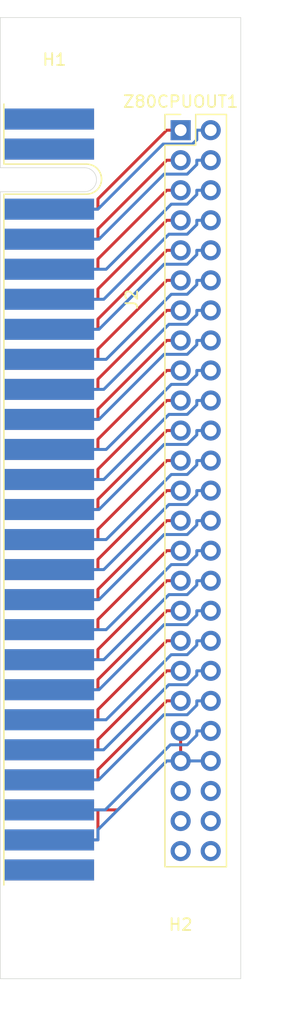
<source format=kicad_pcb>
(kicad_pcb (version 20211014) (generator pcbnew)
  (layers (0 "F.Cu" signal) (31 "B.Cu" signal) (34 "B.Paste" user) (35 "F.Paste" user) (36 "B.SilkS" user "B.Silkscreen") (37 "F.SilkS" user "F.Silkscreen") (38 "B.Mask" user) (39 "F.Mask" user) (44 "Edge.Cuts" user))
  (net 0 "")
  (net 2 "/DA6")
  (net 3 "/DA1")
  (net 4 "/A0")
  (net 5 "/A7")
  (net 6 "/A8")
  (net 7 "/A9")
  (net 8 "/A10")
  (net 9 "/A2")
  (net 10 "/DA5")
  (net 11 "/DA3")
  (net 12 "/DA4")
  (net 13 "/A15")
  (net 14 "/A14")
  (net 15 "/A13")
  (net 16 "/A12")
  (net 17 "/A11")
  (net 18 "#CPUCLK")
  (net 19 "+5V")
  (net 20 "+9V")
  (net 21 "GND")
  (net 22 "/DA7")
  (net 23 "/DA2")
  (net 24 "/DA0")
  (net 25 "/A1")
  (net 26 "/A3")
  (net 27 "/A4")
  (net 28 "/A5")
  (net 29 "/A6")
  (net 32 "#RESET")
  (net 36 "/{slash}REFSH")
  (net 37 "/{slash}M1")
  (net 38 "/{slash}BUSRQ")
  (net 39 "/{slash}WAIT")
  (net 40 "#NMI")
  (net 41 "#INT")
  (net 42 "/{slash}BUSAK")
  (net 43 "/{slash}WR")
  (net 44 "/{slash}RD")
  (net 45 "/{slash}IOREQ")
  (net 46 "/{slash}MREQ")
  (net 47 "/{slash}HALT")
  (net 50 "/#WE")
  (footprint "Connector_PCBEdge:JupiterAce" (layer "F.Cu") (at 145.847 133.045 -90)
    (fp_text reference "J2" (at -60.96 -6.99 -90) (layer "F.SilkS"))
    (fp_text value "Conn_02x25_Odd_Even")
    (fp_line (start -72.39 3.81) (end -72.39 -3.175) (layer "F.SilkS") (width 0.12))
    (fp_line (start -69.85 3.81) (end -13.97 3.81) (layer "F.SilkS") (width 0.12))
    (fp_line (start -77.47 3.81) (end -72.39 3.81) (layer "F.SilkS") (width 0.12))
    (fp_line (start -69.85 -3.175) (end -69.85 3.81) (layer "F.SilkS") (width 0.12))
    (fp_line (start -67.31 3.81) (end -11.43 3.81) (layer "F.SilkS") (width 0.12))
    (fp_arc (start -72.39 -3.175) (mid -71.12 -4.445) (end -69.85 -3.175) (layer "F.SilkS") (width 0.12))
    (pad "1" connect rect locked (at -76.2 0 270) (size 1.78 7.62) (layers "F.Cu" "F.Mask"))
    (pad "2" connect rect locked (at -76.2 0 270) (size 1.78 7.62) (layers "B.Cu" "B.Mask"))
    (pad "3" connect rect locked (at -73.66 0 270) (size 1.78 7.62) (layers "F.Cu" "F.Mask"))
    (pad "4" connect rect locked (at -73.66 0 270) (size 1.78 7.62) (layers "B.Cu" "B.Mask"))
    (pad "5" connect rect locked (at -68.58 0 270) (size 1.78 7.62) (layers "F.Cu" "F.Mask") (net 50 "/#WE"))
    (pad "6" connect rect locked (at -68.58 0 270) (size 1.78 7.62) (layers "B.Cu" "B.Mask") (net 22 "/DA7"))
    (pad "7" connect rect locked (at -66.04 0 270) (size 1.78 7.62) (layers "F.Cu" "F.Mask") (net 2 "/DA6"))
    (pad "8" connect rect locked (at -66.04 0 270) (size 1.78 7.62) (layers "B.Cu" "B.Mask") (net 23 "/DA2"))
    (pad "9" connect rect locked (at -63.5 0 270) (size 1.78 7.62) (layers "F.Cu" "F.Mask") (net 3 "/DA1"))
    (pad "10" connect rect locked (at -63.5 0 270) (size 1.78 7.62) (layers "B.Cu" "B.Mask") (net 24 "/DA0"))
    (pad "11" connect rect locked (at -60.96 0 270) (size 1.78 7.62) (layers "F.Cu" "F.Mask") (net 4 "/A0"))
    (pad "12" connect rect locked (at -60.96 0 270) (size 1.78 7.62) (layers "B.Cu" "B.Mask") (net 25 "/A1"))
    (pad "13" connect rect locked (at -58.42 0 270) (size 1.78 7.62) (layers "F.Cu" "F.Mask") (net 5 "/A7"))
    (pad "14" connect rect locked (at -58.42 0 270) (size 1.78 7.62) (layers "B.Cu" "B.Mask") (net 26 "/A3"))
    (pad "15" connect rect locked (at -55.88 0 270) (size 1.78 7.62) (layers "F.Cu" "F.Mask") (net 6 "/A8"))
    (pad "16" connect rect locked (at -55.88 0 270) (size 1.78 7.62) (layers "B.Cu" "B.Mask") (net 27 "/A4"))
    (pad "17" connect rect locked (at -53.34 0 270) (size 1.78 7.62) (layers "F.Cu" "F.Mask") (net 7 "/A9"))
    (pad "18" connect rect locked (at -53.34 0 270) (size 1.78 7.62) (layers "B.Cu" "B.Mask") (net 28 "/A5"))
    (pad "19" connect rect locked (at -50.8 0 270) (size 1.78 7.62) (layers "F.Cu" "F.Mask") (net 8 "/A10"))
    (pad "20" connect rect locked (at -50.8 0 270) (size 1.78 7.62) (layers "B.Cu" "B.Mask") (net 29 "/A6"))
    (pad "21" connect rect locked (at -48.26 0 270) (size 1.78 7.62) (layers "F.Cu" "F.Mask") (net 9 "/A2"))
    (pad "22" connect rect locked (at -48.26 0 270) (size 1.78 7.62) (layers "B.Cu" "B.Mask") (net 36 "/{slash}REFSH"))
    (pad "23" connect rect locked (at -45.72 0 270) (size 1.78 7.62) (layers "F.Cu" "F.Mask") (net 10 "/DA5"))
    (pad "24" connect rect locked (at -45.72 0 270) (size 1.78 7.62) (layers "B.Cu" "B.Mask") (net 37 "/{slash}M1"))
    (pad "25" connect rect locked (at -43.18 0 270) (size 1.78 7.62) (layers "F.Cu" "F.Mask") (net 11 "/DA3"))
    (pad "26" connect rect locked (at -43.18 0 270) (size 1.78 7.62) (layers "B.Cu" "B.Mask") (net 32 "#RESET"))
    (pad "27" connect rect locked (at -40.64 0 270) (size 1.78 7.62) (layers "F.Cu" "F.Mask") (net 12 "/DA4"))
    (pad "28" connect rect locked (at -40.64 0 270) (size 1.78 7.62) (layers "B.Cu" "B.Mask") (net 38 "/{slash}BUSRQ"))
    (pad "29" connect rect locked (at -38.1 0 270) (size 1.78 7.62) (layers "F.Cu" "F.Mask") (net 13 "/A15"))
    (pad "30" connect rect locked (at -38.1 0 270) (size 1.78 7.62) (layers "B.Cu" "B.Mask") (net 39 "/{slash}WAIT"))
    (pad "31" connect rect locked (at -35.56 0 270) (size 1.78 7.62) (layers "F.Cu" "F.Mask") (net 14 "/A14"))
    (pad "32" connect rect locked (at -35.56 0 270) (size 1.78 7.62) (layers "B.Cu" "B.Mask") (net 42 "/{slash}BUSAK"))
    (pad "33" connect rect locked (at -33.02 0 270) (size 1.78 7.62) (layers "F.Cu" "F.Mask") (net 15 "/A13"))
    (pad "34" connect rect locked (at -33.02 0 270) (size 1.78 7.62) (layers "B.Cu" "B.Mask") (net 43 "/{slash}WR"))
    (pad "35" connect rect locked (at -30.48 0 270) (size 1.78 7.62) (layers "F.Cu" "F.Mask") (net 16 "/A12"))
    (pad "36" connect rect locked (at -30.48 0 270) (size 1.78 7.62) (layers "B.Cu" "B.Mask") (net 44 "/{slash}RD"))
    (pad "37" connect rect locked (at -27.94 0 270) (size 1.78 7.62) (layers "F.Cu" "F.Mask") (net 17 "/A11"))
    (pad "38" connect rect locked (at -27.94 0 270) (size 1.78 7.62) (layers "B.Cu" "B.Mask") (net 45 "/{slash}IOREQ"))
    (pad "39" connect rect locked (at -25.4 0 270) (size 1.78 7.62) (layers "F.Cu" "F.Mask") (net 18 "#CPUCLK"))
    (pad "40" connect rect locked (at -25.4 0 270) (size 1.78 7.62) (layers "B.Cu" "B.Mask") (net 46 "/{slash}MREQ"))
    (pad "41" connect rect locked (at -22.86 0 270) (size 1.78 7.62) (layers "F.Cu" "F.Mask") (net 19 "+5V"))
    (pad "42" connect rect locked (at -22.86 0 270) (size 1.78 7.62) (layers "B.Cu" "B.Mask") (net 47 "/{slash}HALT"))
    (pad "43" connect rect locked (at -20.32 0 270) (size 1.78 7.62) (layers "F.Cu" "F.Mask") (net 20 "+9V"))
    (pad "44" connect rect locked (at -20.32 0 270) (size 1.78 7.62) (layers "B.Cu" "B.Mask") (net 40 "#NMI"))
    (pad "45" connect rect locked (at -17.78 0 270) (size 1.78 7.62) (layers "F.Cu" "F.Mask") (net 21 "GND"))
    (pad "46" connect rect locked (at -17.78 0 270) (size 1.78 7.62) (layers "B.Cu" "B.Mask") (net 41 "#INT"))
    (pad "47" connect rect locked (at -15.24 0 270) (size 1.78 7.62) (layers "F.Cu" "F.Mask") (net 21 "GND"))
    (pad "48" connect rect locked (at -15.24 0 270) (size 1.78 7.62) (layers "B.Cu" "B.Mask") (net 21 "GND"))
    (pad "49" connect rect locked (at -12.7 0 270) (size 1.78 7.62) (layers "F.Cu" "F.Mask"))
    (pad "50" connect rect locked (at -12.7 0 270) (size 1.78 7.62) (layers "B.Cu" "B.Mask"))
  )
  (footprint "Connector_PinHeader_2.54mm:PinHeader_2x25_P2.54mm_Vertical" (layer "F.Cu") (at 156.972 57.785)
    (fp_text reference "Z80CPUOUT1" (at 0 -2.413) (layer "F.SilkS"))
    (fp_text value "Conn_02x25_Odd_Even")
    (fp_line (start 3.87 -1.33) (end 3.87 62.29) (layer "F.SilkS") (width 0.12))
    (fp_line (start -1.33 1.27) (end -1.33 62.29) (layer "F.SilkS") (width 0.12))
    (fp_line (start 1.27 1.27) (end 1.27 -1.33) (layer "F.SilkS") (width 0.12))
    (fp_line (start -1.33 62.29) (end 3.87 62.29) (layer "F.SilkS") (width 0.12))
    (fp_line (start 1.27 -1.33) (end 3.87 -1.33) (layer "F.SilkS") (width 0.12))
    (fp_line (start -1.33 1.27) (end 1.27 1.27) (layer "F.SilkS") (width 0.12))
    (fp_line (start -1.33 -1.33) (end 0 -1.33) (layer "F.SilkS") (width 0.12))
    (fp_line (start -1.33 0) (end -1.33 -1.33) (layer "F.SilkS") (width 0.12))
    (pad "1" thru_hole rect locked (at 0 0) (size 1.7 1.7) (drill 1) (layers *.Cu *.Mask) (net 50 "/#WE"))
    (pad "2" thru_hole oval locked (at 2.54 0) (size 1.7 1.7) (drill 1) (layers *.Cu *.Mask) (net 22 "/DA7"))
    (pad "3" thru_hole oval locked (at 0 2.54) (size 1.7 1.7) (drill 1) (layers *.Cu *.Mask) (net 2 "/DA6"))
    (pad "4" thru_hole oval locked (at 2.54 2.54) (size 1.7 1.7) (drill 1) (layers *.Cu *.Mask) (net 23 "/DA2"))
    (pad "5" thru_hole oval locked (at 0 5.08) (size 1.7 1.7) (drill 1) (layers *.Cu *.Mask) (net 3 "/DA1"))
    (pad "6" thru_hole oval locked (at 2.54 5.08) (size 1.7 1.7) (drill 1) (layers *.Cu *.Mask) (net 24 "/DA0"))
    (pad "7" thru_hole oval locked (at 0 7.62) (size 1.7 1.7) (drill 1) (layers *.Cu *.Mask) (net 4 "/A0"))
    (pad "8" thru_hole oval locked (at 2.54 7.62) (size 1.7 1.7) (drill 1) (layers *.Cu *.Mask) (net 25 "/A1"))
    (pad "9" thru_hole oval locked (at 0 10.16) (size 1.7 1.7) (drill 1) (layers *.Cu *.Mask) (net 5 "/A7"))
    (pad "10" thru_hole oval locked (at 2.54 10.16) (size 1.7 1.7) (drill 1) (layers *.Cu *.Mask) (net 26 "/A3"))
    (pad "11" thru_hole oval locked (at 0 12.7) (size 1.7 1.7) (drill 1) (layers *.Cu *.Mask) (net 6 "/A8"))
    (pad "12" thru_hole oval locked (at 2.54 12.7) (size 1.7 1.7) (drill 1) (layers *.Cu *.Mask) (net 27 "/A4"))
    (pad "13" thru_hole oval locked (at 0 15.24) (size 1.7 1.7) (drill 1) (layers *.Cu *.Mask) (net 7 "/A9"))
    (pad "14" thru_hole oval locked (at 2.54 15.24) (size 1.7 1.7) (drill 1) (layers *.Cu *.Mask) (net 28 "/A5"))
    (pad "15" thru_hole oval locked (at 0 17.78) (size 1.7 1.7) (drill 1) (layers *.Cu *.Mask) (net 8 "/A10"))
    (pad "16" thru_hole oval locked (at 2.54 17.78) (size 1.7 1.7) (drill 1) (layers *.Cu *.Mask) (net 29 "/A6"))
    (pad "17" thru_hole oval locked (at 0 20.32) (size 1.7 1.7) (drill 1) (layers *.Cu *.Mask) (net 9 "/A2"))
    (pad "18" thru_hole oval locked (at 2.54 20.32) (size 1.7 1.7) (drill 1) (layers *.Cu *.Mask) (net 36 "/{slash}REFSH"))
    (pad "19" thru_hole oval locked (at 0 22.86) (size 1.7 1.7) (drill 1) (layers *.Cu *.Mask) (net 10 "/DA5"))
    (pad "20" thru_hole oval locked (at 2.54 22.86) (size 1.7 1.7) (drill 1) (layers *.Cu *.Mask) (net 37 "/{slash}M1"))
    (pad "21" thru_hole oval locked (at 0 25.4) (size 1.7 1.7) (drill 1) (layers *.Cu *.Mask) (net 11 "/DA3"))
    (pad "22" thru_hole oval locked (at 2.54 25.4) (size 1.7 1.7) (drill 1) (layers *.Cu *.Mask) (net 32 "#RESET"))
    (pad "23" thru_hole oval locked (at 0 27.94) (size 1.7 1.7) (drill 1) (layers *.Cu *.Mask) (net 12 "/DA4"))
    (pad "24" thru_hole oval locked (at 2.54 27.94) (size 1.7 1.7) (drill 1) (layers *.Cu *.Mask) (net 38 "/{slash}BUSRQ"))
    (pad "25" thru_hole oval locked (at 0 30.48) (size 1.7 1.7) (drill 1) (layers *.Cu *.Mask) (net 13 "/A15"))
    (pad "26" thru_hole oval locked (at 2.54 30.48) (size 1.7 1.7) (drill 1) (layers *.Cu *.Mask) (net 39 "/{slash}WAIT"))
    (pad "27" thru_hole oval locked (at 0 33.02) (size 1.7 1.7) (drill 1) (layers *.Cu *.Mask) (net 14 "/A14"))
    (pad "28" thru_hole oval locked (at 2.54 33.02) (size 1.7 1.7) (drill 1) (layers *.Cu *.Mask) (net 42 "/{slash}BUSAK"))
    (pad "29" thru_hole oval locked (at 0 35.56) (size 1.7 1.7) (drill 1) (layers *.Cu *.Mask) (net 15 "/A13"))
    (pad "30" thru_hole oval locked (at 2.54 35.56) (size 1.7 1.7) (drill 1) (layers *.Cu *.Mask) (net 43 "/{slash}WR"))
    (pad "31" thru_hole oval locked (at 0 38.1) (size 1.7 1.7) (drill 1) (layers *.Cu *.Mask) (net 16 "/A12"))
    (pad "32" thru_hole oval locked (at 2.54 38.1) (size 1.7 1.7) (drill 1) (layers *.Cu *.Mask) (net 44 "/{slash}RD"))
    (pad "33" thru_hole oval locked (at 0 40.64) (size 1.7 1.7) (drill 1) (layers *.Cu *.Mask) (net 17 "/A11"))
    (pad "34" thru_hole oval locked (at 2.54 40.64) (size 1.7 1.7) (drill 1) (layers *.Cu *.Mask) (net 45 "/{slash}IOREQ"))
    (pad "35" thru_hole oval locked (at 0 43.18) (size 1.7 1.7) (drill 1) (layers *.Cu *.Mask) (net 18 "#CPUCLK"))
    (pad "36" thru_hole oval locked (at 2.54 43.18) (size 1.7 1.7) (drill 1) (layers *.Cu *.Mask) (net 46 "/{slash}MREQ"))
    (pad "37" thru_hole oval locked (at 0 45.72) (size 1.7 1.7) (drill 1) (layers *.Cu *.Mask) (net 19 "+5V"))
    (pad "38" thru_hole oval locked (at 2.54 45.72) (size 1.7 1.7) (drill 1) (layers *.Cu *.Mask) (net 47 "/{slash}HALT"))
    (pad "39" thru_hole oval locked (at 0 48.26) (size 1.7 1.7) (drill 1) (layers *.Cu *.Mask) (net 20 "+9V"))
    (pad "40" thru_hole oval locked (at 2.54 48.26) (size 1.7 1.7) (drill 1) (layers *.Cu *.Mask) (net 40 "#NMI"))
    (pad "41" thru_hole oval locked (at 0 50.8) (size 1.7 1.7) (drill 1) (layers *.Cu *.Mask) (net 21 "GND"))
    (pad "42" thru_hole oval locked (at 2.54 50.8) (size 1.7 1.7) (drill 1) (layers *.Cu *.Mask) (net 41 "#INT"))
    (pad "43" thru_hole oval locked (at 0 53.34) (size 1.7 1.7) (drill 1) (layers *.Cu *.Mask) (net 21 "GND"))
    (pad "44" thru_hole oval locked (at 2.54 53.34) (size 1.7 1.7) (drill 1) (layers *.Cu *.Mask) (net 21 "GND"))
    (pad "45" thru_hole oval locked (at 0 55.88) (size 1.7 1.7) (drill 1) (layers *.Cu *.Mask))
    (pad "46" thru_hole oval locked (at 2.54 55.88) (size 1.7 1.7) (drill 1) (layers *.Cu *.Mask))
    (pad "47" thru_hole oval locked (at 0 58.42) (size 1.7 1.7) (drill 1) (layers *.Cu *.Mask))
    (pad "48" thru_hole oval locked (at 2.54 58.42) (size 1.7 1.7) (drill 1) (layers *.Cu *.Mask))
    (pad "49" thru_hole oval locked (at 0 60.96) (size 1.7 1.7) (drill 1) (layers *.Cu *.Mask))
    (pad "50" thru_hole oval locked (at 2.54 60.96) (size 1.7 1.7) (drill 1) (layers *.Cu *.Mask))
  )
  (footprint "MountingHole:MountingHole_3.2mm_M3" (layer "F.Cu") (at 151.892 52.07)
    (fp_text reference "H1" (at -5.588 -0.254) (layer "F.SilkS"))
    (fp_text value "MountingHole")
    (pad "" np_thru_hole circle locked (at 0 0) (size 3.2 3.2) (drill 3.2) (layers *.Cu *.Mask))
  )
  (footprint "MountingHole:MountingHole_3.2mm_M3" (layer "F.Cu") (at 151.892 125.476)
    (fp_text reference "H2" (at 5.08 -0.508) (layer "F.SilkS"))
    (fp_text value "MountingHole")
    (pad "" np_thru_hole circle locked (at 0 0) (size 3.2 3.2) (drill 3.2) (layers *.Cu *.Mask))
  )
  (gr_arc (start 149.021801 60.655401) (mid 150.291599 61.925101) (end 149.021999 63.194999) (layer "F.SilkS") (width 0.12))
  (gr_line (start 141.732 62.992) (end 141.732 128.905) (layer "Edge.Cuts") (width 0.05))
  (gr_line (start 162.052 129.54) (end 162.052 129.032) (layer "Edge.Cuts") (width 0.05))
  (gr_arc (start 148.844 60.96) (mid 149.86 61.976) (end 148.844 62.992) (layer "Edge.Cuts") (width 0.05))
  (gr_line (start 141.732 60.452) (end 141.732 48.26) (layer "Edge.Cuts") (width 0.05))
  (gr_line (start 141.732 60.452) (end 141.732 60.96) (layer "Edge.Cuts") (width 0.05))
  (gr_line (start 148.844 62.992) (end 141.732 62.992) (layer "Edge.Cuts") (width 0.05))
  (gr_line (start 162.052 48.26) (end 162.052 129.032) (layer "Edge.Cuts") (width 0.05))
  (gr_line (start 141.732 129.54) (end 162.052 129.54) (layer "Edge.Cuts") (width 0.05))
  (gr_line (start 141.732 48.26) (end 162.052 48.26) (layer "Edge.Cuts") (width 0.05))
  (gr_line (start 141.732 128.905) (end 141.732 129.54) (layer "Edge.Cuts") (width 0.05))
  (gr_line (start 141.732 60.96) (end 148.844 60.96) (layer "Edge.Cuts") (width 0.05))
  (segment (start 155.7967 60.325) (end 149.9823 66.1394) (width 0.25) (layer "F.Cu") (net 2))
  (segment (start 145.847 67.005) (end 149.9823 67.005) (width 0.25) (layer "F.Cu") (net 2))
  (segment (start 156.972 60.325) (end 155.7967 60.325) (width 0.25) (layer "F.Cu") (net 2))
  (segment (start 149.9823 66.1394) (end 149.9823 67.005) (width 0.25) (layer "F.Cu") (net 2))
  (segment (start 149.9823 68.6794) (end 149.9823 69.545) (width 0.25) (layer "F.Cu") (net 3))
  (segment (start 155.7967 62.865) (end 149.9823 68.6794) (width 0.25) (layer "F.Cu") (net 3))
  (segment (start 145.847 69.545) (end 149.9823 69.545) (width 0.25) (layer "F.Cu") (net 3))
  (segment (start 156.972 62.865) (end 155.7967 62.865) (width 0.25) (layer "F.Cu") (net 3))
  (segment (start 156.972 65.405) (end 155.7967 65.405) (width 0.25) (layer "F.Cu") (net 4))
  (segment (start 145.847 72.085) (end 149.9823 72.085) (width 0.25) (layer "F.Cu") (net 4))
  (segment (start 155.7967 65.405) (end 149.9823 71.2194) (width 0.25) (layer "F.Cu") (net 4))
  (segment (start 149.9823 71.2194) (end 149.9823 72.085) (width 0.25) (layer "F.Cu") (net 4))
  (segment (start 145.847 74.625) (end 149.9823 74.625) (width 0.25) (layer "F.Cu") (net 5))
  (segment (start 149.9823 73.7594) (end 149.9823 74.625) (width 0.25) (layer "F.Cu") (net 5))
  (segment (start 155.7967 67.945) (end 149.9823 73.7594) (width 0.25) (layer "F.Cu") (net 5))
  (segment (start 156.972 67.945) (end 155.7967 67.945) (width 0.25) (layer "F.Cu") (net 5))
  (segment (start 145.847 77.165) (end 149.9823 77.165) (width 0.25) (layer "F.Cu") (net 6))
  (segment (start 156.972 70.485) (end 155.7967 70.485) (width 0.25) (layer "F.Cu") (net 6))
  (segment (start 155.7967 70.485) (end 149.9823 76.2994) (width 0.25) (layer "F.Cu") (net 6))
  (segment (start 149.9823 76.2994) (end 149.9823 77.165) (width 0.25) (layer "F.Cu") (net 6))
  (segment (start 156.972 73.025) (end 155.7967 73.025) (width 0.25) (layer "F.Cu") (net 7))
  (segment (start 145.847 79.705) (end 149.9823 79.705) (width 0.25) (layer "F.Cu") (net 7))
  (segment (start 149.9823 78.8394) (end 149.9823 79.705) (width 0.25) (layer "F.Cu") (net 7))
  (segment (start 155.7967 73.025) (end 149.9823 78.8394) (width 0.25) (layer "F.Cu") (net 7))
  (segment (start 156.972 75.565) (end 155.7967 75.565) (width 0.25) (layer "F.Cu") (net 8))
  (segment (start 145.847 82.245) (end 149.9823 82.245) (width 0.25) (layer "F.Cu") (net 8))
  (segment (start 155.7967 75.565) (end 149.9823 81.3794) (width 0.25) (layer "F.Cu") (net 8))
  (segment (start 149.9823 81.3794) (end 149.9823 82.245) (width 0.25) (layer "F.Cu") (net 8))
  (segment (start 145.847 84.785) (end 149.9823 84.785) (width 0.25) (layer "F.Cu") (net 9))
  (segment (start 149.9823 83.9194) (end 155.7967 78.105) (width 0.25) (layer "F.Cu") (net 9))
  (segment (start 156.972 78.105) (end 155.7967 78.105) (width 0.25) (layer "F.Cu") (net 9))
  (segment (start 149.9823 84.785) (end 149.9823 83.9194) (width 0.25) (layer "F.Cu") (net 9))
  (segment (start 156.972 80.645) (end 155.7967 80.645) (width 0.25) (layer "F.Cu") (net 10))
  (segment (start 149.9823 86.4594) (end 155.7967 80.645) (width 0.25) (layer "F.Cu") (net 10))
  (segment (start 149.9823 87.325) (end 149.9823 86.4594) (width 0.25) (layer "F.Cu") (net 10))
  (segment (start 145.847 87.325) (end 149.9823 87.325) (width 0.25) (layer "F.Cu") (net 10))
  (segment (start 145.847 89.865) (end 149.9823 89.865) (width 0.25) (layer "F.Cu") (net 11))
  (segment (start 149.9823 89.865) (end 149.9823 88.9994) (width 0.25) (layer "F.Cu") (net 11))
  (segment (start 156.972 83.185) (end 155.7967 83.185) (width 0.25) (layer "F.Cu") (net 11))
  (segment (start 149.9823 88.9994) (end 155.7967 83.185) (width 0.25) (layer "F.Cu") (net 11))
  (segment (start 149.9823 92.405) (end 149.9823 91.5394) (width 0.25) (layer "F.Cu") (net 12))
  (segment (start 149.9823 91.5394) (end 155.7967 85.725) (width 0.25) (layer "F.Cu") (net 12))
  (segment (start 156.972 85.725) (end 155.7967 85.725) (width 0.25) (layer "F.Cu") (net 12))
  (segment (start 145.847 92.405) (end 149.9823 92.405) (width 0.25) (layer "F.Cu") (net 12))
  (segment (start 156.972 88.265) (end 155.7967 88.265) (width 0.25) (layer "F.Cu") (net 13))
  (segment (start 149.9823 94.945) (end 149.9823 94.0794) (width 0.25) (layer "F.Cu") (net 13))
  (segment (start 145.847 94.945) (end 149.9823 94.945) (width 0.25) (layer "F.Cu") (net 13))
  (segment (start 149.9823 94.0794) (end 155.7967 88.265) (width 0.25) (layer "F.Cu") (net 13))
  (segment (start 149.9823 97.485) (end 149.9823 96.6194) (width 0.25) (layer "F.Cu") (net 14))
  (segment (start 145.847 97.485) (end 149.9823 97.485) (width 0.25) (layer "F.Cu") (net 14))
  (segment (start 149.9823 96.6194) (end 155.7967 90.805) (width 0.25) (layer "F.Cu") (net 14))
  (segment (start 156.972 90.805) (end 155.7967 90.805) (width 0.25) (layer "F.Cu") (net 14))
  (segment (start 149.9823 99.1594) (end 155.7967 93.345) (width 0.25) (layer "F.Cu") (net 15))
  (segment (start 156.972 93.345) (end 155.7967 93.345) (width 0.25) (layer "F.Cu") (net 15))
  (segment (start 149.9823 100.025) (end 149.9823 99.1594) (width 0.25) (layer "F.Cu") (net 15))
  (segment (start 145.847 100.025) (end 149.9823 100.025) (width 0.25) (layer "F.Cu") (net 15))
  (segment (start 145.847 102.565) (end 149.9823 102.565) (width 0.25) (layer "F.Cu") (net 16))
  (segment (start 149.9823 102.565) (end 149.9823 101.6994) (width 0.25) (layer "F.Cu") (net 16))
  (segment (start 149.9823 101.6994) (end 155.7967 95.885) (width 0.25) (layer "F.Cu") (net 16))
  (segment (start 156.972 95.885) (end 155.7967 95.885) (width 0.25) (layer "F.Cu") (net 16))
  (segment (start 156.972 98.425) (end 155.7967 98.425) (width 0.25) (layer "F.Cu") (net 17))
  (segment (start 149.9823 105.105) (end 149.9823 104.2394) (width 0.25) (layer "F.Cu") (net 17))
  (segment (start 145.847 105.105) (end 149.9823 105.105) (width 0.25) (layer "F.Cu") (net 17))
  (segment (start 149.9823 104.2394) (end 155.7967 98.425) (width 0.25) (layer "F.Cu") (net 17))
  (segment (start 145.847 107.645) (end 149.9823 107.645) (width 0.25) (layer "F.Cu") (net 18))
  (segment (start 149.9823 106.7794) (end 155.7967 100.965) (width 0.25) (layer "F.Cu") (net 18))
  (segment (start 149.9823 107.645) (end 149.9823 106.7794) (width 0.25) (layer "F.Cu") (net 18))
  (segment (start 156.972 100.965) (end 155.7967 100.965) (width 0.25) (layer "F.Cu") (net 18))
  (segment (start 156.972 103.505) (end 155.7967 103.505) (width 0.25) (layer "F.Cu") (net 19))
  (segment (start 145.847 110.185) (end 149.9823 110.185) (width 0.25) (layer "F.Cu") (net 19))
  (segment (start 149.9823 110.185) (end 149.9823 109.3194) (width 0.25) (layer "F.Cu") (net 19))
  (segment (start 149.9823 109.3194) (end 155.7967 103.505) (width 0.25) (layer "F.Cu") (net 19))
  (segment (start 149.9823 112.725) (end 149.9823 111.8594) (width 0.25) (layer "F.Cu") (net 20))
  (segment (start 145.847 112.725) (end 149.9823 112.725) (width 0.25) (layer "F.Cu") (net 20))
  (segment (start 156.972 106.045) (end 155.7967 106.045) (width 0.25) (layer "F.Cu") (net 20))
  (segment (start 149.9823 111.8594) (end 155.7967 106.045) (width 0.25) (layer "F.Cu") (net 20))
  (segment (start 156.972 111.125) (end 155.7967 111.125) (width 0.25) (layer "F.Cu") (net 21))
  (segment (start 145.847 117.805) (end 149.9823 117.805) (width 0.25) (layer "F.Cu") (net 21))
  (segment (start 145.847 115.265) (end 149.9823 115.265) (width 0.25) (layer "F.Cu") (net 21))
  (segment (start 151.6567 115.265) (end 149.9823 115.265) (width 0.25) (layer "F.Cu") (net 21))
  (segment (start 149.9823 117.805) (end 149.9823 115.265) (width 0.25) (layer "F.Cu") (net 21))
  (segment (start 156.972 111.125) (end 156.972 108.585) (width 0.25) (layer "F.Cu") (net 21))
  (segment (start 155.7967 111.125) (end 151.6567 115.265) (width 0.25) (layer "F.Cu") (net 21))
  (segment (start 155.7967 111.125) (end 149.9823 116.9394) (width 0.25) (layer "B.Cu") (net 21))
  (segment (start 149.9823 116.9394) (end 149.9823 117.805) (width 0.25) (layer "B.Cu") (net 21))
  (segment (start 156.972 111.125) (end 155.7967 111.125) (width 0.25) (layer "B.Cu") (net 21))
  (segment (start 145.847 117.805) (end 149.9823 117.805) (width 0.25) (layer "B.Cu") (net 21))
  (segment (start 159.512 111.125) (end 156.972 111.125) (width 0.25) (layer "B.Cu") (net 21))
  (segment (start 159.512 57.785) (end 158.3367 57.785) (width 0.25) (layer "B.Cu") (net 22))
  (segment (start 145.847 64.465) (end 149.9823 64.465) (width 0.25) (layer "B.Cu") (net 22))
  (segment (start 158.3367 57.785) (end 158.3367 58.5931) (width 0.25) (layer "B.Cu") (net 22))
  (segment (start 157.9695 58.9603) (end 155.487 58.9603) (width 0.25) (layer "B.Cu") (net 22))
  (segment (start 158.3367 58.5931) (end 157.9695 58.9603) (width 0.25) (layer "B.Cu") (net 22))
  (segment (start 155.487 58.9603) (end 149.9823 64.465) (width 0.25) (layer "B.Cu") (net 22))
  (segment (start 157.5288 61.5003) (end 155.5763 61.5003) (width 0.25) (layer "B.Cu") (net 23))
  (segment (start 158.3367 60.6924) (end 157.5288 61.5003) (width 0.25) (layer "B.Cu") (net 23))
  (segment (start 159.512 60.325) (end 158.3367 60.325) (width 0.25) (layer "B.Cu") (net 23))
  (segment (start 150.0716 67.005) (end 145.847 67.005) (width 0.25) (layer "B.Cu") (net 23))
  (segment (start 155.5763 61.5003) (end 150.0716 67.005) (width 0.25) (layer "B.Cu") (net 23))
  (segment (start 158.3367 60.325) (end 158.3367 60.6924) (width 0.25) (layer "B.Cu") (net 23))
  (segment (start 156.1823 64.0403) (end 150.6776 69.545) (width 0.25) (layer "B.Cu") (net 24))
  (segment (start 157.5288 64.0403) (end 156.1823 64.0403) (width 0.25) (layer "B.Cu") (net 24))
  (segment (start 158.3367 63.2324) (end 157.5288 64.0403) (width 0.25) (layer "B.Cu") (net 24))
  (segment (start 158.3367 62.865) (end 158.3367 63.2324) (width 0.25) (layer "B.Cu") (net 24))
  (segment (start 159.512 62.865) (end 158.3367 62.865) (width 0.25) (layer "B.Cu") (net 24))
  (segment (start 150.6776 69.545) (end 145.847 69.545) (width 0.25) (layer "B.Cu") (net 24))
  (segment (start 150.4756 72.085) (end 145.847 72.085) (width 0.25) (layer "B.Cu") (net 25))
  (segment (start 157.5288 66.5803) (end 155.9803 66.5803) (width 0.25) (layer "B.Cu") (net 25))
  (segment (start 159.512 65.405) (end 158.3367 65.405) (width 0.25) (layer "B.Cu") (net 25))
  (segment (start 158.3367 65.405) (end 158.3367 65.7724) (width 0.25) (layer "B.Cu") (net 25))
  (segment (start 158.3367 65.7724) (end 157.5288 66.5803) (width 0.25) (layer "B.Cu") (net 25))
  (segment (start 155.9803 66.5803) (end 150.4756 72.085) (width 0.25) (layer "B.Cu") (net 25))
  (segment (start 155.5763 69.1203) (end 150.0716 74.625) (width 0.25) (layer "B.Cu") (net 26))
  (segment (start 157.5288 69.1203) (end 155.5763 69.1203) (width 0.25) (layer "B.Cu") (net 26))
  (segment (start 150.0716 74.625) (end 145.847 74.625) (width 0.25) (layer "B.Cu") (net 26))
  (segment (start 159.512 67.945) (end 158.3367 67.945) (width 0.25) (layer "B.Cu") (net 26))
  (segment (start 158.3367 68.3124) (end 157.5288 69.1203) (width 0.25) (layer "B.Cu") (net 26))
  (segment (start 158.3367 67.945) (end 158.3367 68.3124) (width 0.25) (layer "B.Cu") (net 26))
  (segment (start 156.1823 71.6603) (end 150.6776 77.165) (width 0.25) (layer "B.Cu") (net 27))
  (segment (start 150.6776 77.165) (end 145.847 77.165) (width 0.25) (layer "B.Cu") (net 27))
  (segment (start 158.3367 70.8524) (end 157.5288 71.6603) (width 0.25) (layer "B.Cu") (net 27))
  (segment (start 158.3367 70.485) (end 158.3367 70.8524) (width 0.25) (layer "B.Cu") (net 27))
  (segment (start 159.512 70.485) (end 158.3367 70.485) (width 0.25) (layer "B.Cu") (net 27))
  (segment (start 157.5288 71.6603) (end 156.1823 71.6603) (width 0.25) (layer "B.Cu") (net 27))
  (segment (start 158.3367 73.025) (end 158.3367 73.3924) (width 0.25) (layer "B.Cu") (net 28))
  (segment (start 157.5288 74.2003) (end 155.9803 74.2003) (width 0.25) (layer "B.Cu") (net 28))
  (segment (start 150.4756 79.705) (end 145.847 79.705) (width 0.25) (layer "B.Cu") (net 28))
  (segment (start 159.512 73.025) (end 158.3367 73.025) (width 0.25) (layer "B.Cu") (net 28))
  (segment (start 155.9803 74.2003) (end 150.4756 79.705) (width 0.25) (layer "B.Cu") (net 28))
  (segment (start 158.3367 73.3924) (end 157.5288 74.2003) (width 0.25) (layer "B.Cu") (net 28))
  (segment (start 159.512 75.565) (end 158.3367 75.565) (width 0.25) (layer "B.Cu") (net 29))
  (segment (start 150.0716 82.245) (end 145.847 82.245) (width 0.25) (layer "B.Cu") (net 29))
  (segment (start 157.5288 76.7403) (end 155.5763 76.7403) (width 0.25) (layer "B.Cu") (net 29))
  (segment (start 158.3367 75.565) (end 158.3367 75.9324) (width 0.25) (layer "B.Cu") (net 29))
  (segment (start 155.5763 76.7403) (end 150.0716 82.245) (width 0.25) (layer "B.Cu") (net 29))
  (segment (start 158.3367 75.9324) (end 157.5288 76.7403) (width 0.25) (layer "B.Cu") (net 29))
  (segment (start 155.5763 84.3603) (end 150.0716 89.865) (width 0.25) (layer "B.Cu") (net 32))
  (segment (start 159.512 83.185) (end 158.3367 83.185) (width 0.25) (layer "B.Cu") (net 32))
  (segment (start 158.3367 83.5524) (end 157.5288 84.3603) (width 0.25) (layer "B.Cu") (net 32))
  (segment (start 157.5288 84.3603) (end 155.5763 84.3603) (width 0.25) (layer "B.Cu") (net 32))
  (segment (start 158.3367 83.185) (end 158.3367 83.5524) (width 0.25) (layer "B.Cu") (net 32))
  (segment (start 150.0716 89.865) (end 145.847 89.865) (width 0.25) (layer "B.Cu") (net 32))
  (segment (start 159.512 78.105) (end 158.3367 78.105) (width 0.25) (layer "B.Cu") (net 36))
  (segment (start 158.3367 78.4724) (end 157.5288 79.2803) (width 0.25) (layer "B.Cu") (net 36))
  (segment (start 150.6776 84.785) (end 145.847 84.785) (width 0.25) (layer "B.Cu") (net 36))
  (segment (start 157.5288 79.2803) (end 156.1823 79.2803) (width 0.25) (layer "B.Cu") (net 36))
  (segment (start 156.1823 79.2803) (end 150.6776 84.785) (width 0.25) (layer "B.Cu") (net 36))
  (segment (start 158.3367 78.105) (end 158.3367 78.4724) (width 0.25) (layer "B.Cu") (net 36))
  (segment (start 158.3367 81.0124) (end 157.5288 81.8203) (width 0.25) (layer "B.Cu") (net 37))
  (segment (start 155.9803 81.8203) (end 150.4756 87.325) (width 0.25) (layer "B.Cu") (net 37))
  (segment (start 158.3367 80.645) (end 158.3367 81.0124) (width 0.25) (layer "B.Cu") (net 37))
  (segment (start 157.5288 81.8203) (end 155.9803 81.8203) (width 0.25) (layer "B.Cu") (net 37))
  (segment (start 150.4756 87.325) (end 145.847 87.325) (width 0.25) (layer "B.Cu") (net 37))
  (segment (start 159.512 80.645) (end 158.3367 80.645) (width 0.25) (layer "B.Cu") (net 37))
  (segment (start 150.6775 92.405) (end 145.847 92.405) (width 0.25) (layer "B.Cu") (net 38))
  (segment (start 159.512 85.725) (end 158.3367 85.725) (width 0.25) (layer "B.Cu") (net 38))
  (segment (start 158.3367 85.725) (end 158.3367 86.0924) (width 0.25) (layer "B.Cu") (net 38))
  (segment (start 157.5288 86.9003) (end 156.1822 86.9003) (width 0.25) (layer "B.Cu") (net 38))
  (segment (start 156.1822 86.9003) (end 150.6775 92.405) (width 0.25) (layer "B.Cu") (net 38))
  (segment (start 158.3367 86.0924) (end 157.5288 86.9003) (width 0.25) (layer "B.Cu") (net 38))
  (segment (start 158.3367 88.265) (end 158.3367 88.6324) (width 0.25) (layer "B.Cu") (net 39))
  (segment (start 158.3367 88.6324) (end 157.5288 89.4403) (width 0.25) (layer "B.Cu") (net 39))
  (segment (start 159.512 88.265) (end 158.3367 88.265) (width 0.25) (layer "B.Cu") (net 39))
  (segment (start 157.5288 89.4403) (end 155.9802 89.4403) (width 0.25) (layer "B.Cu") (net 39))
  (segment (start 150.4755 94.945) (end 145.847 94.945) (width 0.25) (layer "B.Cu") (net 39))
  (segment (start 155.9802 89.4403) (end 150.4755 94.945) (width 0.25) (layer "B.Cu") (net 39))
  (segment (start 159.512 106.045) (end 158.3367 106.045) (width 0.25) (layer "B.Cu") (net 40))
  (segment (start 150.0444 112.725) (end 145.847 112.725) (width 0.25) (layer "B.Cu") (net 40))
  (segment (start 155.5491 107.2203) (end 150.0444 112.725) (width 0.25) (layer "B.Cu") (net 40))
  (segment (start 158.3367 106.045) (end 158.3367 106.4124) (width 0.25) (layer "B.Cu") (net 40))
  (segment (start 157.5288 107.2203) (end 155.5491 107.2203) (width 0.25) (layer "B.Cu") (net 40))
  (segment (start 158.3367 106.4124) (end 157.5288 107.2203) (width 0.25) (layer "B.Cu") (net 40))
  (segment (start 158.3367 108.585) (end 158.3367 108.9524) (width 0.25) (layer "B.Cu") (net 41))
  (segment (start 150.5959 115.265) (end 145.847 115.265) (width 0.25) (layer "B.Cu") (net 41))
  (segment (start 156.1006 109.7603) (end 150.5959 115.265) (width 0.25) (layer "B.Cu") (net 41))
  (segment (start 157.5288 109.7603) (end 156.1006 109.7603) (width 0.25) (layer "B.Cu") (net 41))
  (segment (start 159.512 108.585) (end 158.3367 108.585) (width 0.25) (layer "B.Cu") (net 41))
  (segment (start 158.3367 108.9524) (end 157.5288 109.7603) (width 0.25) (layer "B.Cu") (net 41))
  (segment (start 159.512 90.805) (end 158.3367 90.805) (width 0.25) (layer "B.Cu") (net 42))
  (segment (start 158.3367 90.805) (end 158.3367 91.1724) (width 0.25) (layer "B.Cu") (net 42))
  (segment (start 155.5761 91.9803) (end 150.0714 97.485) (width 0.25) (layer "B.Cu") (net 42))
  (segment (start 158.3367 91.1724) (end 157.5288 91.9803) (width 0.25) (layer "B.Cu") (net 42))
  (segment (start 150.0714 97.485) (end 145.847 97.485) (width 0.25) (layer "B.Cu") (net 42))
  (segment (start 157.5288 91.9803) (end 155.5761 91.9803) (width 0.25) (layer "B.Cu") (net 42))
  (segment (start 158.3367 93.7124) (end 157.5288 94.5203) (width 0.25) (layer "B.Cu") (net 43))
  (segment (start 158.3367 93.345) (end 158.3367 93.7124) (width 0.25) (layer "B.Cu") (net 43))
  (segment (start 159.512 93.345) (end 158.3367 93.345) (width 0.25) (layer "B.Cu") (net 43))
  (segment (start 150.677 100.025) (end 145.847 100.025) (width 0.25) (layer "B.Cu") (net 43))
  (segment (start 157.5288 94.5203) (end 156.1817 94.5203) (width 0.25) (layer "B.Cu") (net 43))
  (segment (start 156.1817 94.5203) (end 150.677 100.025) (width 0.25) (layer "B.Cu") (net 43))
  (segment (start 158.3367 96.2524) (end 157.5288 97.0603) (width 0.25) (layer "B.Cu") (net 44))
  (segment (start 150.4745 102.565) (end 145.847 102.565) (width 0.25) (layer "B.Cu") (net 44))
  (segment (start 159.512 95.885) (end 158.3367 95.885) (width 0.25) (layer "B.Cu") (net 44))
  (segment (start 157.5288 97.0603) (end 155.9792 97.0603) (width 0.25) (layer "B.Cu") (net 44))
  (segment (start 155.9792 97.0603) (end 150.4745 102.565) (width 0.25) (layer "B.Cu") (net 44))
  (segment (start 158.3367 95.885) (end 158.3367 96.2524) (width 0.25) (layer "B.Cu") (net 44))
  (segment (start 150.0694 105.105) (end 145.847 105.105) (width 0.25) (layer "B.Cu") (net 45))
  (segment (start 157.5288 99.6003) (end 155.5741 99.6003) (width 0.25) (layer "B.Cu") (net 45))
  (segment (start 155.5741 99.6003) (end 150.0694 105.105) (width 0.25) (layer "B.Cu") (net 45))
  (segment (start 159.512 98.425) (end 158.3367 98.425) (width 0.25) (layer "B.Cu") (net 45))
  (segment (start 158.3367 98.425) (end 158.3367 98.7924) (width 0.25) (layer "B.Cu") (net 45))
  (segment (start 158.3367 98.7924) (end 157.5288 99.6003) (width 0.25) (layer "B.Cu") (net 45))
  (segment (start 156.1755 102.1403) (end 150.6708 107.645) (width 0.25) (layer "B.Cu") (net 46))
  (segment (start 159.512 100.965) (end 158.3367 100.965) (width 0.25) (layer "B.Cu") (net 46))
  (segment (start 158.3367 100.965) (end 158.3367 101.3324) (width 0.25) (layer "B.Cu") (net 46))
  (segment (start 157.5288 102.1403) (end 156.1755 102.1403) (width 0.25) (layer "B.Cu") (net 46))
  (segment (start 150.6708 107.645) (end 145.847 107.645) (width 0.25) (layer "B.Cu") (net 46))
  (segment (start 158.3367 101.3324) (end 157.5288 102.1403) (width 0.25) (layer "B.Cu") (net 46))
  (segment (start 158.3367 103.8724) (end 157.5288 104.6803) (width 0.25) (layer "B.Cu") (net 47))
  (segment (start 150.462 110.185) (end 145.847 110.185) (width 0.25) (layer "B.Cu") (net 47))
  (segment (start 157.5288 104.6803) (end 155.9667 104.6803) (width 0.25) (layer "B.Cu") (net 47))
  (segment (start 155.9667 104.6803) (end 150.462 110.185) (width 0.25) (layer "B.Cu") (net 47))
  (segment (start 158.3367 103.505) (end 158.3367 103.8724) (width 0.25) (layer "B.Cu") (net 47))
  (segment (start 159.512 103.505) (end 158.3367 103.505) (width 0.25) (layer "B.Cu") (net 47))
  (segment (start 155.7967 57.785) (end 149.9823 63.5994) (width 0.25) (layer "F.Cu") (net 50))
  (segment (start 149.9823 63.5994) (end 149.9823 64.465) (width 0.25) (layer "F.Cu") (net 50))
  (segment (start 156.972 57.785) (end 155.7967 57.785) (width 0.25) (layer "F.Cu") (net 50))
  (segment (start 145.847 64.465) (end 149.9823 64.465) (width 0.25) (layer "F.Cu") (net 50))
)
</source>
